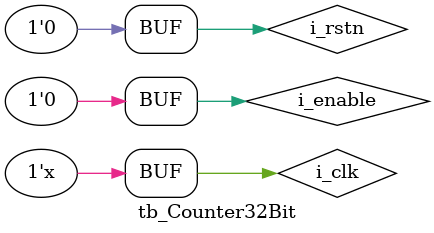
<source format=v>
`include "Counter32Bit1.v"
`include "Counter32Bit2.v"
`timescale 1ns/1ns

module tb_Counter32Bit();

   /*AUTOREGINPUT*/
   // Beginning of automatic reg inputs (for undeclared instantiated-module inputs)
   reg			i_clk;			// To TestCounter1 of Counter32Bit1.v, ...
   reg			i_enable;		// To TestCounter1 of Counter32Bit1.v, ...
   reg			i_rstn;			// To TestCounter1 of Counter32Bit1.v, ...
   // End of automatics
   /*AUTOWIRE*/
   // Beginning of automatic wires (for undeclared instantiated-module outputs)
   wire [31:0]		o_count;		// From TestCounter1 of Counter32Bit1.v, ...
   // End of automatics

   Counter32Bit1 TestCounter1(/*AUTOINST*/
			      // Outputs
			      .o_count		(o_count[31:0]),
			      // Inputs
			      .i_clk		(i_clk),
			      .i_rstn		(i_rstn),
			      .i_enable		(i_enable));

   Counter32Bit2 TestCounter2(/*AUTOINST*/
			      // Outputs
			      .o_count		(o_count[31:0]),
			      // Inputs
			      .i_clk		(i_clk),
			      .i_rstn		(i_rstn),
			      .i_enable		(i_enable));
   

   always #5 i_clk = ~i_clk;

   initial begin
      i_rstn = 0;
      i_clk = 0;
      i_enable = 0;

   end
endmodule // tb_Counter32Bit

      

</source>
